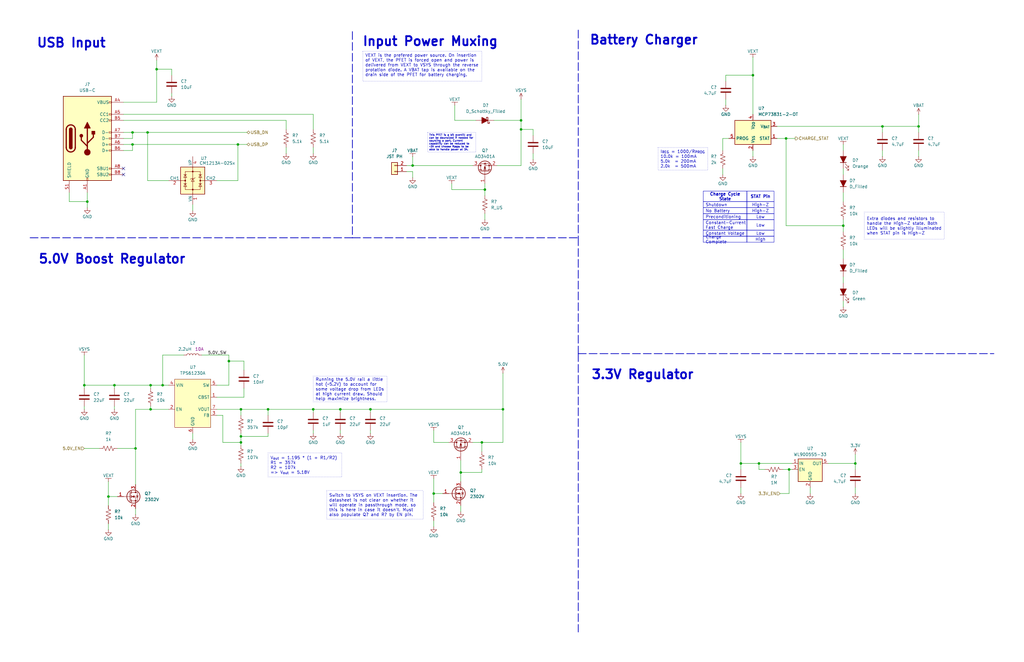
<source format=kicad_sch>
(kicad_sch (version 20231120) (generator "eeschema") (generator_version "8.0")
  (paper "B")
  (title_block (title "Lightsaber Power Core") (date "2024-09-28") (rev "0") (comment 1 "Isaac Rex"))
  (lib_symbols
    (symbol "Battery_Management:MCP73831-2-OT"
      (property "Reference" "U" (at -7.62 6.35 0))
      (property "Value" "MCP73831-2-OT" (at 1.27 6.35 0))
      (symbol "MCP73831-2-OT_0_1"
        (rectangle (start -7.62 5.08) (end 7.62 -5.08) (stroke (width 0.254)) (fill (type background)))
      )
      (symbol "MCP73831-2-OT_1_1"
        (pin tri_state line (at 10.16 -2.54 180) (length 2.54) (name "STAT") (number "1"))
        (pin power_in line (at 0 -7.62 90) (length 2.54) (name "V_{SS}") (number "2"))
        (pin power_out line (at 10.16 2.54 180) (length 2.54) (name "V_{BAT}") (number "3"))
        (pin power_in line (at 0 7.62 270) (length 2.54) (name "V_{DD}") (number "4"))
        (pin input line (at -10.16 -2.54 0) (length 2.54) (name "PROG") (number "5"))
      )
    )
    (symbol "Connector:USB_C_Receptacle_USB2.0_16P" (pin_names (offset 1.016))
      (property "Reference" "J" (at 0 22.225 0))
      (property "Value" "USB_C_Receptacle_USB2.0_16P" (at 0 19.685 0))
      (symbol "USB_C_Receptacle_USB2.0_16P_0_0"
        (rectangle (start -0.254 -17.78) (end 0.254 -16.764))
        (rectangle (start 10.16 -14.986) (end 9.144 -15.494))
        (rectangle (start 10.16 -12.446) (end 9.144 -12.954))
        (rectangle (start 10.16 -4.826) (end 9.144 -5.334))
        (rectangle (start 10.16 -2.286) (end 9.144 -2.794))
        (rectangle (start 10.16 0.254) (end 9.144 -0.254))
        (rectangle (start 10.16 2.794) (end 9.144 2.286))
        (rectangle (start 10.16 7.874) (end 9.144 7.366))
        (rectangle (start 10.16 10.414) (end 9.144 9.906))
        (rectangle (start 10.16 15.494) (end 9.144 14.986))
      )
      (symbol "USB_C_Receptacle_USB2.0_16P_0_1"
        (rectangle (start -10.16 17.78) (end 10.16 -17.78) (stroke (width 0.254)) (fill (type background)))
        (arc (start -8.89 -3.81) (mid -6.985 -5.7067) (end -5.08 -3.81) (stroke (width 0.508)))
        (arc (start -7.62 -3.81) (mid -6.985 -4.4423) (end -6.35 -3.81) (stroke (width 0.254)))
        (arc (start -7.62 -3.81) (mid -6.985 -4.4423) (end -6.35 -3.81) (stroke (width 0.254)) (fill (type outline)))
        (rectangle (start -7.62 -3.81) (end -6.35 3.81) (stroke (width 0.254)) (fill (type outline)))
        (arc (start -6.35 3.81) (mid -6.985 4.4423) (end -7.62 3.81) (stroke (width 0.254)))
        (arc (start -6.35 3.81) (mid -6.985 4.4423) (end -7.62 3.81) (stroke (width 0.254)) (fill (type outline)))
        (arc (start -5.08 3.81) (mid -6.985 5.7067) (end -8.89 3.81) (stroke (width 0.508)))
        (circle (center -2.54 1.143) (radius 0.635) (stroke (width 0.254)) (fill (type outline)))
        (circle (center 0 -5.842) (radius 1.27) (fill (type outline)))
        (polyline (pts (xy -8.89 -3.81) (xy -8.89 3.81)) (stroke (width 0.508)))
        (polyline (pts (xy -5.08 3.81) (xy -5.08 -3.81)) (stroke (width 0.508)))
        (polyline (pts (xy 0 -5.842) (xy 0 4.318)) (stroke (width 0.508)))
        (polyline (pts (xy 0 -3.302) (xy -2.54 -0.762) (xy -2.54 0.508)) (stroke (width 0.508)))
        (polyline (pts (xy 0 -2.032) (xy 2.54 0.508) (xy 2.54 1.778)) (stroke (width 0.508)))
        (polyline (pts (xy -1.27 4.318) (xy 0 6.858) (xy 1.27 4.318) (xy -1.27 4.318)) (stroke (width 0.254)) (fill (type outline)))
        (rectangle (start 1.905 1.778) (end 3.175 3.048) (stroke (width 0.254)) (fill (type outline)))
      )
      (symbol "USB_C_Receptacle_USB2.0_16P_1_1"
        (pin passive line (at 0 -22.86 90) (length 5.08) (name "GND") (number "A1"))
        (pin passive line (at 0 -22.86 90) (length 5.08) hide (name "GND") (number "A12"))
        (pin passive line (at 15.24 15.24 180) (length 5.08) (name "VBUS") (number "A4"))
        (pin bidirectional line (at 15.24 10.16 180) (length 5.08) (name "CC1") (number "A5"))
        (pin bidirectional line (at 15.24 -2.54 180) (length 5.08) (name "D+") (number "A6"))
        (pin bidirectional line (at 15.24 2.54 180) (length 5.08) (name "D-") (number "A7"))
        (pin bidirectional line (at 15.24 -12.7 180) (length 5.08) (name "SBU1") (number "A8"))
        (pin passive line (at 15.24 15.24 180) (length 5.08) hide (name "VBUS") (number "A9"))
        (pin passive line (at 0 -22.86 90) (length 5.08) hide (name "GND") (number "B1"))
        (pin passive line (at 0 -22.86 90) (length 5.08) hide (name "GND") (number "B12"))
        (pin passive line (at 15.24 15.24 180) (length 5.08) hide (name "VBUS") (number "B4"))
        (pin bidirectional line (at 15.24 7.62 180) (length 5.08) (name "CC2") (number "B5"))
        (pin bidirectional line (at 15.24 -5.08 180) (length 5.08) (name "D+") (number "B6"))
        (pin bidirectional line (at 15.24 0 180) (length 5.08) (name "D-") (number "B7"))
        (pin bidirectional line (at 15.24 -15.24 180) (length 5.08) (name "SBU2") (number "B8"))
        (pin passive line (at 15.24 15.24 180) (length 5.08) hide (name "VBUS") (number "B9"))
        (pin passive line (at -7.62 -22.86 90) (length 5.08) (name "SHIELD") (number "S1"))
      )
    )
    (symbol "Connector_Generic:Conn_01x02" (pin_names (offset 1.016) hide)
      (property "Reference" "J" (at 0 2.54 0))
      (property "Value" "Conn_01x02" (at 0 -5.08 0))
      (symbol "Conn_01x02_1_1"
        (rectangle (start -1.27 -2.413) (end 0 -2.667) (stroke (width 0.1524)))
        (rectangle (start -1.27 0.127) (end 0 -0.127) (stroke (width 0.1524)))
        (rectangle (start -1.27 1.27) (end 1.27 -3.81) (stroke (width 0.254)) (fill (type background)))
        (pin passive line (at -5.08 0 0) (length 3.81) (name "Pin_1") (number "1"))
        (pin passive line (at -5.08 -2.54 0) (length 3.81) (name "Pin_2") (number "2"))
      )
    )
    (symbol "Device:C" (pin_numbers hide) (pin_names (offset 0.254))
      (property "Reference" "C" (at 0.635 2.54 0))
      (property "Value" "C" (at 0.635 -2.54 0))
      (symbol "C_0_1"
        (polyline (pts (xy -2.032 -0.762) (xy 2.032 -0.762)) (stroke (width 0.508)))
        (polyline (pts (xy -2.032 0.762) (xy 2.032 0.762)) (stroke (width 0.508)))
      )
      (symbol "C_1_1"
        (pin passive line (at 0 3.81 270) (length 2.794) (name "~") (number "1"))
        (pin passive line (at 0 -3.81 90) (length 2.794) (name "~") (number "2"))
      )
    )
    (symbol "Device:D_Filled" (pin_numbers hide) (pin_names (offset 1.016) hide)
      (property "Reference" "D" (at 0 2.54 0))
      (property "Value" "D_Filled" (at 0 -2.54 0))
      (symbol "D_Filled_0_1"
        (polyline (pts (xy -1.27 1.27) (xy -1.27 -1.27)) (stroke (width 0.254)))
        (polyline (pts (xy 1.27 0) (xy -1.27 0)))
        (polyline (pts (xy 1.27 1.27) (xy 1.27 -1.27) (xy -1.27 0) (xy 1.27 1.27)) (stroke (width 0.254)) (fill (type outline)))
      )
      (symbol "D_Filled_1_1"
        (pin passive line (at -3.81 0 0) (length 2.54) (name "K") (number "1"))
        (pin passive line (at 3.81 0 180) (length 2.54) (name "A") (number "2"))
      )
    )
    (symbol "Device:D_Schottky_Filled" (pin_numbers hide) (pin_names (offset 1.016) hide)
      (property "Reference" "D" (at 0 2.54 0))
      (property "Value" "D_Schottky_Filled" (at 0 -2.54 0))
      (symbol "D_Schottky_Filled_0_1"
        (polyline (pts (xy 1.27 0) (xy -1.27 0)))
        (polyline (pts (xy 1.27 1.27) (xy 1.27 -1.27) (xy -1.27 0) (xy 1.27 1.27)) (stroke (width 0.254)) (fill (type outline)))
        (polyline (pts (xy -1.905 0.635) (xy -1.905 1.27) (xy -1.27 1.27) (xy -1.27 -1.27) (xy -0.635 -1.27) (xy -0.635 -0.635)) (stroke (width 0.254)))
      )
      (symbol "D_Schottky_Filled_1_1"
        (pin passive line (at -3.81 0 0) (length 2.54) (name "K") (number "1"))
        (pin passive line (at 3.81 0 180) (length 2.54) (name "A") (number "2"))
      )
    )
    (symbol "Device:L" (pin_numbers hide) (pin_names (offset 1.016) hide)
      (property "Reference" "L" (at -1.27 0 90))
      (property "Value" "L" (at 1.905 0 90))
      (symbol "L_0_1"
        (arc (start 0 -2.54) (mid 0.6323 -1.905) (end 0 -1.27))
        (arc (start 0 -1.27) (mid 0.6323 -0.635) (end 0 0))
        (arc (start 0 0) (mid 0.6323 0.635) (end 0 1.27))
        (arc (start 0 1.27) (mid 0.6323 1.905) (end 0 2.54))
      )
      (symbol "L_1_1"
        (pin passive line (at 0 3.81 270) (length 1.27) (name "1") (number "1"))
        (pin passive line (at 0 -3.81 90) (length 1.27) (name "2") (number "2"))
      )
    )
    (symbol "Device:LED_Filled" (pin_numbers hide) (pin_names (offset 1.016) hide)
      (property "Reference" "D" (at 0 2.54 0))
      (property "Value" "LED_Filled" (at 0 -2.54 0))
      (symbol "LED_Filled_0_1"
        (polyline (pts (xy -1.27 -1.27) (xy -1.27 1.27)) (stroke (width 0.254)))
        (polyline (pts (xy -1.27 0) (xy 1.27 0)))
        (polyline (pts (xy 1.27 -1.27) (xy 1.27 1.27) (xy -1.27 0) (xy 1.27 -1.27)) (stroke (width 0.254)) (fill (type outline)))
        (polyline (pts (xy -3.048 -0.762) (xy -4.572 -2.286) (xy -3.81 -2.286) (xy -4.572 -2.286) (xy -4.572 -1.524)))
        (polyline (pts (xy -1.778 -0.762) (xy -3.302 -2.286) (xy -2.54 -2.286) (xy -3.302 -2.286) (xy -3.302 -1.524)))
      )
      (symbol "LED_Filled_1_1"
        (pin passive line (at -3.81 0 0) (length 2.54) (name "K") (number "1"))
        (pin passive line (at 3.81 0 180) (length 2.54) (name "A") (number "2"))
      )
    )
    (symbol "Device:Q_NMOS_GSD" (pin_names (offset 0) hide)
      (property "Reference" "Q" (at 5.08 1.27 0))
      (property "Value" "Q_NMOS_GSD" (at 5.08 -1.27 0))
      (symbol "Q_NMOS_GSD_0_1"
        (polyline (pts (xy 0.254 0) (xy -2.54 0)))
        (polyline (pts (xy 0.254 1.905) (xy 0.254 -1.905)) (stroke (width 0.254)))
        (polyline (pts (xy 0.762 -1.27) (xy 0.762 -2.286)) (stroke (width 0.254)))
        (polyline (pts (xy 0.762 0.508) (xy 0.762 -0.508)) (stroke (width 0.254)))
        (polyline (pts (xy 0.762 2.286) (xy 0.762 1.27)) (stroke (width 0.254)))
        (polyline (pts (xy 2.54 2.54) (xy 2.54 1.778)))
        (polyline (pts (xy 2.54 -2.54) (xy 2.54 0) (xy 0.762 0)))
        (polyline (pts (xy 0.762 -1.778) (xy 3.302 -1.778) (xy 3.302 1.778) (xy 0.762 1.778)))
        (polyline (pts (xy 1.016 0) (xy 2.032 0.381) (xy 2.032 -0.381) (xy 1.016 0)) (fill (type outline)))
        (polyline (pts (xy 2.794 0.508) (xy 2.921 0.381) (xy 3.683 0.381) (xy 3.81 0.254)))
        (polyline (pts (xy 3.302 0.381) (xy 2.921 -0.254) (xy 3.683 -0.254) (xy 3.302 0.381)))
        (circle (center 1.651 0) (radius 2.794) (stroke (width 0.254)))
        (circle (center 2.54 -1.778) (radius 0.254) (fill (type outline)))
        (circle (center 2.54 1.778) (radius 0.254) (fill (type outline)))
      )
      (symbol "Q_NMOS_GSD_1_1"
        (pin input line (at -5.08 0 0) (length 2.54) (name "G") (number "1"))
        (pin passive line (at 2.54 -5.08 90) (length 2.54) (name "S") (number "2"))
        (pin passive line (at 2.54 5.08 270) (length 2.54) (name "D") (number "3"))
      )
    )
    (symbol "Device:Q_PMOS_GSD" (pin_names (offset 0) hide)
      (property "Reference" "Q" (at 5.08 1.27 0))
      (property "Value" "Q_PMOS_GSD" (at 5.08 -1.27 0))
      (symbol "Q_PMOS_GSD_0_1"
        (polyline (pts (xy 0.254 0) (xy -2.54 0)))
        (polyline (pts (xy 0.254 1.905) (xy 0.254 -1.905)) (stroke (width 0.254)))
        (polyline (pts (xy 0.762 -1.27) (xy 0.762 -2.286)) (stroke (width 0.254)))
        (polyline (pts (xy 0.762 0.508) (xy 0.762 -0.508)) (stroke (width 0.254)))
        (polyline (pts (xy 0.762 2.286) (xy 0.762 1.27)) (stroke (width 0.254)))
        (polyline (pts (xy 2.54 2.54) (xy 2.54 1.778)))
        (polyline (pts (xy 2.54 -2.54) (xy 2.54 0) (xy 0.762 0)))
        (polyline (pts (xy 0.762 1.778) (xy 3.302 1.778) (xy 3.302 -1.778) (xy 0.762 -1.778)))
        (polyline (pts (xy 2.286 0) (xy 1.27 0.381) (xy 1.27 -0.381) (xy 2.286 0)) (fill (type outline)))
        (polyline (pts (xy 2.794 -0.508) (xy 2.921 -0.381) (xy 3.683 -0.381) (xy 3.81 -0.254)))
        (polyline (pts (xy 3.302 -0.381) (xy 2.921 0.254) (xy 3.683 0.254) (xy 3.302 -0.381)))
        (circle (center 1.651 0) (radius 2.794) (stroke (width 0.254)))
        (circle (center 2.54 -1.778) (radius 0.254) (fill (type outline)))
        (circle (center 2.54 1.778) (radius 0.254) (fill (type outline)))
      )
      (symbol "Q_PMOS_GSD_1_1"
        (pin input line (at -5.08 0 0) (length 2.54) (name "G") (number "1"))
        (pin passive line (at 2.54 -5.08 90) (length 2.54) (name "S") (number "2"))
        (pin passive line (at 2.54 5.08 270) (length 2.54) (name "D") (number "3"))
      )
    )
    (symbol "Device:R_US" (pin_numbers hide) (pin_names (offset 0))
      (property "Reference" "R" (at 2.54 0 90))
      (property "Value" "R_US" (at -2.54 0 90))
      (symbol "R_US_0_1"
        (polyline (pts (xy 0 -2.286) (xy 0 -2.54)))
        (polyline (pts (xy 0 2.286) (xy 0 2.54)))
        (polyline (pts (xy 0 -0.762) (xy 1.016 -1.143) (xy 0 -1.524) (xy -1.016 -1.905) (xy 0 -2.286)))
        (polyline (pts (xy 0 0.762) (xy 1.016 0.381) (xy 0 0) (xy -1.016 -0.381) (xy 0 -0.762)))
        (polyline (pts (xy 0 2.286) (xy 1.016 1.905) (xy 0 1.524) (xy -1.016 1.143) (xy 0 0.762)))
      )
      (symbol "R_US_1_1"
        (pin passive line (at 0 3.81 270) (length 1.27) (name "~") (number "1"))
        (pin passive line (at 0 -3.81 90) (length 1.27) (name "~") (number "2"))
      )
    )
    (symbol "irex_Power:VCC_Arrow" (power) (pin_numbers hide) (pin_names (offset 0) hide)
      (property "Value" "VCC_Arrow" (at 0 3.048 0))
      (symbol "VCC_Arrow_0_1"
        (polyline (pts (xy 0 0) (xy 0 2.54)))
        (polyline (pts (xy -0.635 1.27) (xy 0 2.54) (xy 0.635 1.27)))
      )
      (symbol "VCC_Arrow_1_1"
        (pin power_in line (at 0 0 90) (length 0) (name "~") (number "1"))
      )
    )
    (symbol "irex_Power:VCC_bar" (power) (pin_numbers hide) (pin_names (offset 0) hide)
      (property "Value" "VCC_bar" (at 0 1.778 0))
      (symbol "VCC_bar_0_1"
        (polyline (pts (xy -1.27 1.27) (xy 1.27 1.27)))
        (polyline (pts (xy 0 0) (xy 0 1.27)))
      )
      (symbol "VCC_bar_1_1"
        (pin power_in line (at 0 0 90) (length 0) (name "~") (number "1"))
      )
    )
    (symbol "irex_Power_Protection:CM1213A−02Sx" (pin_names (offset 0))
      (property "Reference" "U" (at -5.715 9.525 0))
      (property "Value" "CM1213A−02Sx" (at -9.525 6.985 0))
      (symbol "CM1213A−02Sx_0_0"
        (rectangle (start -3.175 3.81) (end 3.175 -3.81))
      )
      (symbol "CM1213A−02Sx_0_1"
        (rectangle (start -5.08 5.715) (end 5.08 -5.715) (stroke (width 0.254)) (fill (type background)))
        (circle (center -3.175 0) (radius 0.2794) (fill (type outline)))
        (circle (center 0 -3.81) (radius 0.2794) (fill (type outline)))
        (polyline (pts (xy -5.08 0) (xy -3.175 0)))
        (polyline (pts (xy -2.54 -1.27) (xy -3.81 -1.27)))
        (polyline (pts (xy -2.54 2.54) (xy -3.81 2.54)))
        (polyline (pts (xy 0 5.715) (xy 0 -5.715)))
        (polyline (pts (xy 0.635 0.889) (xy 1.016 1.27)) (stroke (width 0.1524)))
        (polyline (pts (xy 3.81 -1.27) (xy 2.54 -1.27)))
        (polyline (pts (xy 3.81 2.54) (xy 2.54 2.54)))
        (polyline (pts (xy 5.08 0) (xy 3.175 0)))
        (polyline (pts (xy 0.635 0.889) (xy -0.635 0.889) (xy -1.016 0.508)))
        (polyline (pts (xy -2.54 -2.54) (xy -3.81 -2.54) (xy -3.175 -1.27) (xy -2.54 -2.54)))
        (polyline (pts (xy -2.54 1.27) (xy -3.81 1.27) (xy -3.175 2.54) (xy -2.54 1.27)))
        (polyline (pts (xy 0.635 -0.381) (xy -0.635 -0.381) (xy 0 0.889) (xy 0.635 -0.381)))
        (polyline (pts (xy 3.81 -2.54) (xy 2.54 -2.54) (xy 3.175 -1.27) (xy 3.81 -2.54)))
        (polyline (pts (xy 3.81 1.27) (xy 2.54 1.27) (xy 3.175 2.54) (xy 3.81 1.27)))
        (circle (center 0 3.81) (radius 0.2794) (fill (type outline)))
        (circle (center 3.175 0) (radius 0.2794) (fill (type outline)))
      )
      (symbol "CM1213A−02Sx_1_1"
        (pin passive line (at 0 -10.16 90) (length 5.08) (name "VN") (number "1"))
        (pin passive line (at -10.16 0 0) (length 5.08) (name "CH1") (number "2"))
        (pin passive line (at 10.16 0 180) (length 5.08) (name "CH2") (number "3"))
        (pin passive line (at 0 10.16 270) (length 5.08) (name "VP") (number "4"))
      )
    )
    (symbol "irex_Regulator_Linear:WL9005S5-33_SOT23-5" (pin_names (offset 0.254))
      (property "Reference" "U" (at -3.81 5.715 0))
      (property "Value" "WL9005S5-33" (at 0 5.715 0))
      (symbol "WL9005S5-33_SOT23-5_0_1"
        (rectangle (start -5.08 4.445) (end 5.08 -5.08) (stroke (width 0.254)) (fill (type background)))
      )
      (symbol "WL9005S5-33_SOT23-5_1_1"
        (pin power_in line (at -7.62 2.54 0) (length 2.54) (name "IN") (number "1"))
        (pin power_in line (at 0 -7.62 90) (length 2.54) (name "GND") (number "2"))
        (pin input line (at -7.62 0 0) (length 2.54) (name "EN") (number "3"))
        (pin no_connect line (at 5.08 0 180) (length 2.54) hide (name "NC") (number "4"))
        (pin power_out line (at 7.62 2.54 180) (length 2.54) (name "OUT") (number "5"))
      )
    )
    (symbol "irex_Regulator_Switching:TPS61230A"
      (property "Reference" "U" (at -3.048 13.97 0))
      (property "Value" "TPS61230A" (at -3.302 11.684 0))
      (symbol "TPS61230A_1_1"
        (rectangle (start -7.62 10.16) (end 7.62 -10.16) (fill (type background)))
        (pin input line (at 10.16 2.54 180) (length 2.54) (name "CBST") (number "1"))
        (pin input line (at -10.16 -2.54 0) (length 2.54) (name "EN") (number "2"))
        (pin input line (at 10.16 -5.08 180) (length 2.54) (name "FB") (number "3"))
        (pin power_in line (at -10.16 7.62 0) (length 2.54) (name "VIN") (number "4"))
        (pin power_in line (at 10.16 7.62 180) (length 2.54) (name "SW") (number "5"))
        (pin power_in line (at 0 -12.7 90) (length 2.54) (name "GND") (number "6"))
        (pin input line (at 10.16 -2.54 180) (length 2.54) (name "VOUT") (number "7"))
      )
    )
    (symbol "power:GND" (power) (pin_numbers hide) (pin_names (offset 0) hide)
      (property "Value" "GND" (at 0 -3.81 0))
      (symbol "GND_0_1"
        (polyline (pts (xy 0 0) (xy 0 -1.27) (xy 1.27 -1.27) (xy 0 -2.54) (xy -1.27 -1.27) (xy 0 -1.27)))
      )
      (symbol "GND_1_1"
        (pin power_in line (at 0 0 270) (length 0) (name "~") (number "1"))
      )
    )
  )
  (junction (at 68.58 162.56))
  (junction (at 48.26 162.56))
  (junction (at 387.35 53.34))
  (junction (at 101.6 186.69))
  (junction (at 63.5 172.72))
  (junction (at 35.56 162.56))
  (junction (at 100.33 60.96))
  (junction (at 66.04 29.21))
  (junction (at 212.09 172.72))
  (junction (at 55.88 60.96))
  (junction (at 204.47 80.01))
  (junction (at 57.15 189.23))
  (junction (at 45.72 209.55))
  (junction (at 355.6 95.25))
  (junction (at 96.52 152.4))
  (junction (at 372.11 53.34))
  (junction (at 194.31 199.39))
  (junction (at 203.2 186.69))
  (junction (at 219.71 54.61))
  (junction (at 113.03 172.72))
  (junction (at 332.74 198.12))
  (junction (at 156.21 172.72))
  (junction (at 360.68 195.58))
  (junction (at 320.04 195.58))
  (junction (at 62.23 55.88))
  (junction (at 63.5 162.56))
  (junction (at 55.88 55.88))
  (junction (at 312.42 195.58))
  (junction (at 101.6 172.72))
  (junction (at 173.99 69.85))
  (junction (at 317.5 31.75))
  (junction (at 182.88 208.28))
  (junction (at 101.6 184.15))
  (junction (at 132.08 172.72))
  (junction (at 143.51 172.72))
  (junction (at 331.47 58.42))
  (junction (at 36.83 85.09))
  (junction (at 219.71 50.8))
  (no_connect (at 52.07 73.66))
  (no_connect (at 52.07 71.12))
  (wire (pts (xy 55.88 60.96) (xy 100.33 60.96)))
  (wire (pts (xy 45.72 220.98) (xy 45.72 223.52)))
  (polyline (pts (xy 243.84 149.225) (xy 419.1 149.225)) (stroke (width 0.3048) (type dash)))
  (wire (pts (xy 68.58 149.86) (xy 68.58 162.56)))
  (wire (pts (xy 101.6 186.69) (xy 101.6 187.96)))
  (wire (pts (xy 100.33 60.96) (xy 100.33 76.2)))
  (wire (pts (xy 68.58 162.56) (xy 71.12 162.56)))
  (wire (pts (xy 120.65 50.8) (xy 120.65 54.61)))
  (wire (pts (xy 35.56 171.45) (xy 35.56 172.72)))
  (wire (pts (xy 132.08 172.72) (xy 143.51 172.72)))
  (wire (pts (xy 63.5 172.72) (xy 71.12 172.72)))
  (wire (pts (xy 203.2 186.69) (xy 212.09 186.69)))
  (wire (pts (xy 143.51 172.72) (xy 156.21 172.72)))
  (wire (pts (xy 36.83 85.09) (xy 36.83 87.63)))
  (polyline (pts (xy 243.84 100.33) (xy 243.84 149.225)) (stroke (width 0.3048) (type dash)))
  (wire (pts (xy 55.88 55.88) (xy 62.23 55.88)))
  (wire (pts (xy 52.07 58.42) (xy 55.88 58.42)))
  (wire (pts (xy 194.31 194.31) (xy 194.31 199.39)))
  (wire (pts (xy 57.15 172.72) (xy 63.5 172.72)))
  (wire (pts (xy 93.98 186.69) (xy 101.6 186.69)))
  (wire (pts (xy 72.39 39.37) (xy 72.39 40.64)))
  (wire (pts (xy 224.79 54.61) (xy 219.71 54.61)))
  (wire (pts (xy 304.8 58.42) (xy 307.34 58.42)))
  (wire (pts (xy 156.21 172.72) (xy 156.21 173.99)))
  (wire (pts (xy 91.44 175.26) (xy 93.98 175.26)))
  (wire (pts (xy 35.56 162.56) (xy 48.26 162.56)))
  (wire (pts (xy 57.15 172.72) (xy 57.15 189.23)))
  (wire (pts (xy 132.08 48.26) (xy 132.08 54.61)))
  (wire (pts (xy 173.99 69.85) (xy 199.39 69.85)))
  (wire (pts (xy 156.21 172.72) (xy 212.09 172.72)))
  (wire (pts (xy 52.07 50.8) (xy 120.65 50.8)))
  (wire (pts (xy 63.5 162.56) (xy 68.58 162.56)))
  (wire (pts (xy 306.07 31.75) (xy 317.5 31.75)))
  (wire (pts (xy 96.52 162.56) (xy 91.44 162.56)))
  (wire (pts (xy 331.47 58.42) (xy 335.28 58.42)))
  (wire (pts (xy 355.6 60.96) (xy 355.6 63.5)))
  (wire (pts (xy 212.09 172.72) (xy 212.09 186.69)))
  (wire (pts (xy 55.88 58.42) (xy 55.88 55.88)))
  (wire (pts (xy 360.68 198.12) (xy 360.68 195.58)))
  (wire (pts (xy 331.47 58.42) (xy 331.47 95.25)))
  (wire (pts (xy 219.71 41.91) (xy 219.71 50.8)))
  (wire (pts (xy 171.45 69.85) (xy 173.99 69.85)))
  (wire (pts (xy 204.47 80.01) (xy 204.47 82.55)))
  (wire (pts (xy 360.68 205.74) (xy 360.68 208.28)))
  (wire (pts (xy 224.79 57.15) (xy 224.79 54.61)))
  (wire (pts (xy 91.44 167.64) (xy 102.87 167.64)))
  (polyline (pts (xy 148.59 100.33) (xy 243.84 100.33)) (stroke (width 0.3048) (type dash)))
  (wire (pts (xy 327.66 58.42) (xy 331.47 58.42)))
  (wire (pts (xy 182.88 201.93) (xy 182.88 208.28)))
  (wire (pts (xy 355.6 71.12) (xy 355.6 73.66)))
  (wire (pts (xy 52.07 48.26) (xy 132.08 48.26)))
  (wire (pts (xy 332.74 198.12) (xy 332.74 208.28)))
  (wire (pts (xy 101.6 184.15) (xy 113.03 184.15)))
  (wire (pts (xy 355.6 105.41) (xy 355.6 109.22)))
  (wire (pts (xy 182.88 208.28) (xy 186.69 208.28)))
  (wire (pts (xy 36.83 85.09) (xy 36.83 81.28)))
  (wire (pts (xy 387.35 63.5) (xy 387.35 66.04)))
  (wire (pts (xy 327.66 53.34) (xy 372.11 53.34)))
  (wire (pts (xy 203.2 190.5) (xy 203.2 186.69)))
  (wire (pts (xy 101.6 182.88) (xy 101.6 184.15)))
  (wire (pts (xy 332.74 198.12) (xy 334.01 198.12)))
  (wire (pts (xy 91.44 172.72) (xy 101.6 172.72)))
  (wire (pts (xy 55.88 63.5) (xy 55.88 60.96)))
  (wire (pts (xy 387.35 48.26) (xy 387.35 53.34)))
  (wire (pts (xy 120.65 62.23) (xy 120.65 64.77)))
  (wire (pts (xy 85.09 149.86) (xy 96.52 149.86)))
  (wire (pts (xy 173.99 72.39) (xy 173.99 74.93)))
  (wire (pts (xy 203.2 186.69) (xy 199.39 186.69)))
  (wire (pts (xy 194.31 199.39) (xy 203.2 199.39)))
  (wire (pts (xy 317.5 31.75) (xy 317.5 48.26)))
  (wire (pts (xy 331.47 95.25) (xy 355.6 95.25)))
  (wire (pts (xy 101.6 172.72) (xy 101.6 175.26)))
  (wire (pts (xy 96.52 149.86) (xy 96.52 152.4)))
  (wire (pts (xy 360.68 191.77) (xy 360.68 195.58)))
  (wire (pts (xy 355.6 95.25) (xy 355.6 97.79)))
  (wire (pts (xy 219.71 54.61) (xy 219.71 69.85)))
  (wire (pts (xy 62.23 76.2) (xy 71.12 76.2)))
  (wire (pts (xy 372.11 53.34) (xy 387.35 53.34)))
  (wire (pts (xy 304.8 71.12) (xy 304.8 73.66)))
  (wire (pts (xy 173.99 66.04) (xy 173.99 69.85)))
  (wire (pts (xy 204.47 77.47) (xy 204.47 80.01)))
  (wire (pts (xy 203.2 199.39) (xy 203.2 198.12)))
  (wire (pts (xy 312.42 205.74) (xy 312.42 208.28)))
  (wire (pts (xy 102.87 156.21) (xy 102.87 152.4)))
  (wire (pts (xy 101.6 172.72) (xy 113.03 172.72)))
  (wire (pts (xy 194.31 203.2) (xy 194.31 199.39)))
  (wire (pts (xy 45.72 209.55) (xy 49.53 209.55)))
  (wire (pts (xy 208.28 50.8) (xy 219.71 50.8)))
  (wire (pts (xy 194.31 213.36) (xy 194.31 215.9)))
  (polyline (pts (xy 12.7 100.33) (xy 148.59 100.33)) (stroke (width 0.3048) (type dash)))
  (wire (pts (xy 102.87 167.64) (xy 102.87 163.83)))
  (wire (pts (xy 81.28 182.88) (xy 81.28 185.42)))
  (wire (pts (xy 100.33 60.96) (xy 104.14 60.96)))
  (wire (pts (xy 132.08 62.23) (xy 132.08 64.77)))
  (wire (pts (xy 52.07 43.18) (xy 66.04 43.18)))
  (wire (pts (xy 52.07 55.88) (xy 55.88 55.88)))
  (wire (pts (xy 101.6 184.15) (xy 101.6 186.69)))
  (wire (pts (xy 102.87 152.4) (xy 96.52 152.4)))
  (wire (pts (xy 212.09 157.48) (xy 212.09 172.72)))
  (wire (pts (xy 48.26 162.56) (xy 48.26 163.83)))
  (wire (pts (xy 355.6 95.25) (xy 355.6 92.71)))
  (wire (pts (xy 355.6 127) (xy 355.6 129.54)))
  (wire (pts (xy 330.2 198.12) (xy 332.74 198.12)))
  (wire (pts (xy 132.08 181.61) (xy 132.08 182.88)))
  (wire (pts (xy 113.03 172.72) (xy 113.03 175.26)))
  (wire (pts (xy 156.21 181.61) (xy 156.21 182.88)))
  (wire (pts (xy 48.26 171.45) (xy 48.26 172.72)))
  (wire (pts (xy 66.04 29.21) (xy 72.39 29.21)))
  (wire (pts (xy 204.47 90.17) (xy 204.47 92.71)))
  (wire (pts (xy 143.51 181.61) (xy 143.51 182.88)))
  (wire (pts (xy 77.47 149.86) (xy 68.58 149.86)))
  (wire (pts (xy 190.5 77.47) (xy 190.5 80.01)))
  (wire (pts (xy 52.07 63.5) (xy 55.88 63.5)))
  (wire (pts (xy 48.26 162.56) (xy 63.5 162.56)))
  (wire (pts (xy 171.45 72.39) (xy 173.99 72.39)))
  (wire (pts (xy 355.6 116.84) (xy 355.6 119.38)))
  (wire (pts (xy 372.11 63.5) (xy 372.11 66.04)))
  (wire (pts (xy 182.88 181.61) (xy 182.88 186.69)))
  (wire (pts (xy 372.11 53.34) (xy 372.11 55.88)))
  (wire (pts (xy 29.21 81.28) (xy 29.21 85.09)))
  (wire (pts (xy 182.88 186.69) (xy 189.23 186.69)))
  (wire (pts (xy 72.39 31.75) (xy 72.39 29.21)))
  (wire (pts (xy 317.5 63.5) (xy 317.5 66.04)))
  (wire (pts (xy 45.72 203.2) (xy 45.72 209.55)))
  (wire (pts (xy 63.5 171.45) (xy 63.5 172.72)))
  (wire (pts (xy 96.52 152.4) (xy 96.52 162.56)))
  (wire (pts (xy 312.42 195.58) (xy 320.04 195.58)))
  (wire (pts (xy 41.91 189.23) (xy 35.56 189.23)))
  (wire (pts (xy 317.5 24.13) (xy 317.5 31.75)))
  (wire (pts (xy 101.6 195.58) (xy 101.6 196.85)))
  (wire (pts (xy 100.33 76.2) (xy 91.44 76.2)))
  (wire (pts (xy 35.56 162.56) (xy 35.56 163.83)))
  (wire (pts (xy 182.88 212.09) (xy 182.88 208.28)))
  (wire (pts (xy 57.15 189.23) (xy 57.15 204.47)))
  (wire (pts (xy 45.72 213.36) (xy 45.72 209.55)))
  (wire (pts (xy 341.63 205.74) (xy 341.63 208.28)))
  (polyline (pts (xy 243.84 149.225) (xy 243.84 266.7)) (stroke (width 0.3048) (type dash)))
  (wire (pts (xy 62.23 55.88) (xy 104.14 55.88)))
  (polyline (pts (xy 148.59 13.335) (xy 148.59 100.33)) (stroke (width 0.3048) (type dash)))
  (wire (pts (xy 182.88 219.71) (xy 182.88 222.25)))
  (wire (pts (xy 328.93 208.28) (xy 332.74 208.28)))
  (wire (pts (xy 190.5 80.01) (xy 204.47 80.01)))
  (wire (pts (xy 132.08 173.99) (xy 132.08 172.72)))
  (wire (pts (xy 209.55 69.85) (xy 219.71 69.85)))
  (wire (pts (xy 113.03 182.88) (xy 113.03 184.15)))
  (wire (pts (xy 334.01 195.58) (xy 320.04 195.58)))
  (wire (pts (xy 29.21 85.09) (xy 36.83 85.09)))
  (wire (pts (xy 219.71 50.8) (xy 219.71 54.61)))
  (wire (pts (xy 113.03 172.72) (xy 132.08 172.72)))
  (wire (pts (xy 312.42 186.69) (xy 312.42 195.58)))
  (wire (pts (xy 62.23 55.88) (xy 62.23 76.2)))
  (wire (pts (xy 63.5 163.83) (xy 63.5 162.56)))
  (wire (pts (xy 304.8 63.5) (xy 304.8 58.42)))
  (wire (pts (xy 312.42 198.12) (xy 312.42 195.58)))
  (wire (pts (xy 66.04 25.4) (xy 66.04 29.21)))
  (wire (pts (xy 81.28 86.36) (xy 81.28 88.9)))
  (wire (pts (xy 320.04 195.58) (xy 320.04 198.12)))
  (wire (pts (xy 35.56 149.86) (xy 35.56 162.56)))
  (wire (pts (xy 200.66 50.8) (xy 191.77 50.8)))
  (wire (pts (xy 360.68 195.58) (xy 349.25 195.58)))
  (wire (pts (xy 306.07 34.29) (xy 306.07 31.75)))
  (polyline (pts (xy 243.84 12.7) (xy 243.84 100.33)) (stroke (width 0.3048) (type dash)))
  (wire (pts (xy 57.15 189.23) (xy 49.53 189.23)))
  (wire (pts (xy 143.51 172.72) (xy 143.51 173.99)))
  (wire (pts (xy 387.35 53.34) (xy 387.35 55.88)))
  (wire (pts (xy 355.6 81.28) (xy 355.6 85.09)))
  (wire (pts (xy 93.98 175.26) (xy 93.98 186.69)))
  (wire (pts (xy 306.07 41.91) (xy 306.07 44.45)))
  (wire (pts (xy 224.79 64.77) (xy 224.79 67.31)))
  (wire (pts (xy 191.77 44.45) (xy 191.77 50.8)))
  (wire (pts (xy 55.88 60.96) (xy 52.07 60.96)))
  (wire (pts (xy 57.15 214.63) (xy 57.15 217.17)))
  (wire (pts (xy 66.04 29.21) (xy 66.04 43.18)))
  (wire (pts (xy 320.04 198.12) (xy 322.58 198.12)))
  (text_box "Shutdown" (at 296.545 85.09 0) (size 18.415 2.54) (effects (font (size 1.27 1.27)) (justify left)))
  (text_box "Preconditioning" (at 296.545 90.17 0) (size 18.415 2.54) (effects (font (size 1.27 1.27)) (justify left)))
  (text_box "This PFET is a bit overkill and can be downsized if needed for sourcing a part. Current capability can be reduced to ~3A and choose R_{DS_{ON}} to be able to handle power at 3A." (at 180.34 55.88 0) (size 20.32 8.255) (stroke (width 0) (type dot)) (effects (font (size 0.762 0.762)) (justify left top)))
  (text_box "Low" (at 314.96 92.71 0) (size 11.43 4.445) (effects (font (size 1.27 1.27))))
  (text_box "High" (at 314.96 99.695 0) (size 11.43 2.54) (effects (font (size 1.27 1.27))))
  (text_box "High-Z" (at 314.96 87.63 0) (size 11.43 2.54) (effects (font (size 1.27 1.27))))
  (text_box "STAT Pin" (at 314.96 80.645 0) (size 11.43 4.445) (effects (font (size 1.27 1.27) (thickness 0.254) (bold yes))))
  (text_box "VEXT is the prefered power source. On insertion of VEXT, the PFET is forced open and power is delivered from VEXT to VSYS through the reverse protation diode. A VBAT tap is available on the drain side of the PFET for battery charging." (at 153.035 21.59 0) (size 50.165 12.7) (stroke (width 0) (type dot)) (effects (font (size 1.27 1.27)) (justify left top)))
  (text_box "I_{REG} = 1000/R_{PROG}\n10.0k = 100mA\n5.0k  = 200mA\n2.0k  = 500mA" (at 277.495 62.23 0) (size 20.955 9.525) (stroke (width 0) (type dot)) (effects (font (size 1.27 1.27)) (justify left top)))
  (text_box "Charge Cycle State" (at 296.545 80.645 0) (size 18.415 4.445) (effects (font (size 1.27 1.27) (thickness 0.254) (bold yes))))
  (text_box "Low" (at 314.96 97.155 0) (size 11.43 2.54) (effects (font (size 1.27 1.27))))
  (text_box "High-Z" (at 314.96 85.09 0) (size 11.43 2.54) (effects (font (size 1.27 1.27))))
  (text_box "Constant Voltage" (at 296.545 97.155 0) (size 18.415 2.54) (effects (font (size 1.27 1.27)) (justify left)))
  (text_box "Constant-Current Fast Charge" (at 296.545 92.71 0) (size 18.415 4.445) (effects (font (size 1.27 1.27)) (justify left)))
  (text_box "Low" (at 314.96 90.17 0) (size 11.43 2.54) (effects (font (size 1.27 1.27))))
  (text_box "Extra diodes and resistors to handle the High-Z state. Both LEDs will be slightly illuminated when STAT pin is High-Z" (at 364.49 89.535 0) (size 33.655 11.43) (stroke (width 0) (type dot)) (effects (font (size 1.27 1.27)) (justify left)))
  (text_box "V_{out} = 1.195 * (1 + R1/R2)\nR1 = 357k\nR2 = 107k\n=> V_{out} = 5.18V" (at 113.03 191.135 0) (size 31.115 10.16) (stroke (width 0) (type dot)) (effects (font (size 1.27 1.27)) (justify left)))
  (text_box "No Battery" (at 296.545 87.63 0) (size 18.415 2.54) (effects (font (size 1.27 1.27)) (justify left)))
  (text_box "Running the 5.0V rail a little hot (~5.2V) to account for some voltage drop from LEDs at high current draw. Should help maximize brightness." (at 132.08 158.75 0) (size 31.115 10.795) (stroke (width 0) (type dot)) (effects (font (size 1.27 1.27)) (justify left)))
  (text_box "Switch to VSYS on VEXT insertion. The datasheet is not clear on whether it will operate in passthrough mode, so this is here in case it doesn't. Must also populate Q? and R? by EN pin." (at 137.795 207.01 0) (size 40.64 12.065) (stroke (width 0) (type dot)) (effects (font (size 1.27 1.27)) (justify left)))
  (text_box "Charge Complete" (at 296.545 99.695 0) (size 18.415 2.54) (effects (font (size 1.27 1.27)) (justify left)))
  (text "USB Input" (at 15.24 16.002 0) (effects (font (size 3.81 3.81) (thickness 0.762) (bold yes)) (justify left top)))
  (text "3.3V Regulator" (at 249.174 155.956 0) (effects (font (size 3.81 3.81) (thickness 0.762) (bold yes)) (justify left top)))
  (text "5.0V Boost Regulator" (at 16.002 107.188 0) (effects (font (size 3.81 3.81) (thickness 0.762) (bold yes)) (justify left top)))
  (text "Input Power Muxing" (at 152.654 15.367 0) (effects (font (size 3.81 3.81) (thickness 0.762) (bold yes)) (justify left top)))
  (text "Battery Charger" (at 248.412 14.732 0) (effects (font (size 3.81 3.81) (thickness 0.762) (bold yes)) (justify left top)))
  (label "5.0V_SW" (at 87.63 149.86 0))
  (hierarchical_label "CHARGE_STAT" (shape output) (at 335.28 58.42 0))
  (hierarchical_label "USB_DP" (shape bidirectional) (at 104.14 60.96 0))
  (hierarchical_label "5.0V_EN" (shape input) (at 35.56 189.23 180))
  (hierarchical_label "3.3V_EN" (shape input) (at 328.93 208.28 180))
  (hierarchical_label "USB_DN" (shape bidirectional) (at 104.14 55.88 0))
  (symbol (lib_id "power:GND") (at 45.72 223.52 0) (unit 1)
    (property "Reference" "#PWR038" (effects (hide yes)))
    (property "Value" "GND" (at 45.72 227.33 0))
    (property "Description" "Power symbol creates a global label with name \"GND\" , ground" (effects (hide yes)))
  )
  (symbol (lib_id "power:GND") (at 36.83 87.63 0) (unit 1)
    (property "Reference" "#PWR011" (effects (hide yes)))
    (property "Value" "GND" (at 36.83 91.44 0))
    (property "Description" "Power symbol creates a global label with name \"GND\" , ground" (effects (hide yes)))
  )
  (symbol (lib_id "power:GND") (at 81.28 88.9 0) (unit 1)
    (property "Reference" "#PWR018" (effects (hide yes)))
    (property "Value" "GND" (at 81.28 92.71 0))
    (property "Description" "Power symbol creates a global label with name \"GND\" , ground" (effects (hide yes)))
  )
  (symbol (lib_id "irex_Power:VCC_bar") (at 182.88 201.93 0) (unit 1)
    (property "Reference" "#PWR040" (effects (hide yes)))
    (property "Value" "VEXT" (at 182.88 200.152 0) (effects (justify bottom)))
    (property "Description" "Power symbol creates a global label with name \"VCC_bar\"" (effects (hide yes)))
  )
  (symbol (lib_id "power:GND") (at 341.63 208.28 0) (unit 1)
    (property "Reference" "#PWR024" (effects (hide yes)))
    (property "Value" "GND" (at 341.63 212.09 0))
    (property "Description" "Power symbol creates a global label with name \"GND\" , ground" (effects (hide yes)))
  )
  (symbol (lib_id "power:GND") (at 306.07 44.45 0) (unit 1)
    (property "Reference" "#PWR012" (effects (hide yes)))
    (property "Value" "GND" (at 306.07 48.26 0))
    (property "Description" "Power symbol creates a global label with name \"GND\" , ground" (effects (hide yes)))
  )
  (symbol (lib_id "Device:R_US") (at 326.39 198.12 270) (mirror x) (unit 1)
    (property "Reference" "R?" (at 326.39 201.168 90))
    (property "Value" "1M" (at 326.39 203.708 90))
    (property "Description" "Resistor, US symbol" (effects (hide yes)))
  )
  (symbol (lib_id "power:GND") (at 143.51 182.88 0) (unit 1)
    (property "Reference" "#PWR032" (effects (hide yes)))
    (property "Value" "GND" (at 143.51 186.69 0))
    (property "Description" "Power symbol creates a global label with name \"GND\" , ground" (effects (hide yes)))
  )
  (symbol (lib_id "power:GND") (at 81.28 185.42 0) (unit 1)
    (property "Reference" "#PWR034" (effects (hide yes)))
    (property "Value" "GND" (at 81.28 189.23 0))
    (property "Description" "Power symbol creates a global label with name \"GND\" , ground" (effects (hide yes)))
  )
  (symbol (lib_id "power:GND") (at 355.6 129.54 0) (unit 1)
    (property "Reference" "#PWR020" (effects (hide yes)))
    (property "Value" "GND" (at 355.6 133.35 0))
    (property "Description" "Power symbol creates a global label with name \"GND\" , ground" (effects (hide yes)))
  )
  (symbol (lib_id "power:GND") (at 204.47 92.71 0) (unit 1)
    (property "Reference" "#PWR026" (effects (hide yes)))
    (property "Value" "GND" (at 204.47 96.52 0))
    (property "Description" "Power symbol creates a global label with name \"GND\" , ground" (effects (hide yes)))
  )
  (symbol (lib_id "power:GND") (at 317.5 66.04 0) (unit 1)
    (property "Reference" "#PWR015" (effects (hide yes)))
    (property "Value" "GND" (at 317.5 69.85 0))
    (property "Description" "Power symbol creates a global label with name \"GND\" , ground" (effects (hide yes)))
  )
  (symbol (lib_id "irex_Regulator_Switching:TPS61230A") (at 81.28 170.18 0) (unit 1)
    (property "Reference" "U?" (at 81.28 154.94 0))
    (property "Value" "TPS61230A" (at 81.28 157.48 0))
    (property "Footprint" "irex_Package_DFN_QFN:Texas_RNS0007A_VQFN-7_2x2mm_P0.5mm" (effects (hide yes)))
    (property "Datasheet" "https://www.ti.com/lit/ds/symlink/tps61230a.pdf?ts=1727034032758&ref_url=https%253A%252F%252Fwww.ti.com%252Fproduct%252FTPS61230A%252Fpart-details%252FTPS61230ARNSR" (effects (hide yes)))
    (property "Description" "5-V / 6A Synchronous Step-Up Boost Converter, VQFN-7" (effects (hide yes)))
  )
  (symbol (lib_id "Device:Q_NMOS_GSD") (at 191.77 208.28 0) (unit 1)
    (property "Reference" "Q?" (at 198.12 207.0099 0) (effects (justify left)))
    (property "Value" "2302V" (at 198.12 209.5499 0) (effects (justify left)))
    (property "Description" "N-MOSFET transistor, gate/source/drain" (effects (hide yes)))
  )
  (symbol (lib_id "irex_Power:VCC_Arrow") (at 387.35 48.26 0) (unit 1)
    (property "Reference" "#PWR013" (effects (hide yes)))
    (property "Value" "VBAT" (at 387.35 45.212 0) (effects (justify bottom)))
    (property "Description" "Power symbol creates a global label with name \"VCC_Arrow\"" (effects (hide yes)))
  )
  (symbol (lib_id "Device:C") (at 132.08 177.8 0) (unit 1)
    (property "Reference" "C?" (at 135.89 176.5299 0) (effects (justify left)))
    (property "Value" "1uF" (at 135.89 179.0699 0) (effects (justify left)))
    (property "Description" "Unpolarized capacitor" (effects (hide yes)))
  )
  (symbol (lib_id "Device:LED_Filled") (at 355.6 123.19 90) (unit 1)
    (property "Reference" "D?" (at 359.41 123.5074 90) (effects (justify right)))
    (property "Value" "Green" (at 359.41 126.0474 90) (effects (justify right)))
    (property "Description" "Light emitting diode, filled shape" (effects (hide yes)))
  )
  (symbol (lib_id "Device:R_US") (at 204.47 86.36 0) (unit 1)
    (property "Reference" "R?" (at 207.01 85.0899 0) (effects (justify left)))
    (property "Value" "R_US" (at 207.01 87.6299 0) (effects (justify left)))
    (property "Description" "Resistor, US symbol" (effects (hide yes)))
  )
  (symbol (lib_id "power:GND") (at 120.65 64.77 0) (unit 1)
    (property "Reference" "#PWR05" (effects (hide yes)))
    (property "Value" "GND" (at 120.65 68.58 0))
    (property "Description" "Power symbol creates a global label with name \"GND\" , ground" (effects (hide yes)))
  )
  (symbol (lib_id "power:GND") (at 35.56 172.72 0) (unit 1)
    (property "Reference" "#PWR029" (effects (hide yes)))
    (property "Value" "GND" (at 35.56 176.53 0))
    (property "Description" "Power symbol creates a global label with name \"GND\" , ground" (effects (hide yes)))
  )
  (symbol (lib_id "Device:C") (at 113.03 179.07 0) (unit 1)
    (property "Reference" "C?" (at 116.84 177.7999 0) (effects (justify left)))
    (property "Value" "10pF" (at 116.84 180.3399 0) (effects (justify left)))
    (property "Description" "Unpolarized capacitor" (effects (hide yes)))
  )
  (symbol (lib_id "Device:C") (at 360.68 201.93 0) (mirror y) (unit 1)
    (property "Reference" "C?" (at 356.87 200.6599 0) (effects (justify left)))
    (property "Value" "4.7uF" (at 356.87 203.1999 0) (effects (justify left)))
    (property "Description" "Unpolarized capacitor" (effects (hide yes)))
  )
  (symbol (lib_id "Device:R_US") (at 132.08 58.42 0) (unit 1)
    (property "Reference" "R?" (at 134.62 57.1499 0) (effects (justify left)))
    (property "Value" "5.1k" (at 134.62 59.6899 0) (effects (justify left)))
    (property "Description" "Resistor, US symbol" (effects (hide yes)))
  )
  (symbol (lib_id "power:GND") (at 387.35 66.04 0) (unit 1)
    (property "Reference" "#PWR017" (effects (hide yes)))
    (property "Value" "GND" (at 387.35 69.85 0))
    (property "Description" "Power symbol creates a global label with name \"GND\" , ground" (effects (hide yes)))
  )
  (symbol (lib_id "Device:C") (at 156.21 177.8 0) (unit 1)
    (property "Reference" "C?" (at 160.02 176.5299 0) (effects (justify left)))
    (property "Value" "22uF" (at 160.02 179.0699 0) (effects (justify left)))
    (property "Description" "Unpolarized capacitor" (effects (hide yes)))
  )
  (symbol (lib_id "Device:C") (at 306.07 38.1 0) (mirror y) (unit 1)
    (property "Reference" "C?" (at 302.26 36.8299 0) (effects (justify left)))
    (property "Value" "4.7uF" (at 302.26 39.3699 0) (effects (justify left)))
    (property "Description" "Unpolarized capacitor" (effects (hide yes)))
  )
  (symbol (lib_id "Device:Q_PMOS_GSD") (at 204.47 72.39 90) (unit 1)
    (property "Reference" "Q?" (at 204.47 63.5 90))
    (property "Value" "AO3401A" (at 204.47 66.04 90))
    (property "Description" "P-MOSFET transistor, gate/source/drain" (effects (hide yes)))
  )
  (symbol (lib_id "Device:L") (at 81.28 149.86 90) (unit 1)
    (property "Reference" "L?" (at 81.28 144.78 90))
    (property "Value" "2.2uH" (at 77.978 147.32 90))
    (property "Footprint" "Inductor_SMD:L_Bourns_SRP7028A_7.3x6.6mm" (effects (hide yes)))
    (property "Description" "Inductor" (effects (hide yes)))
    (property "Saturation Current" "10A" (at 84.074 147.32 90))
  )
  (symbol (lib_id "Device:R_US") (at 120.65 58.42 0) (unit 1)
    (property "Reference" "R?" (at 123.19 57.1499 0) (effects (justify left)))
    (property "Value" "5.1k" (at 123.19 59.6899 0) (effects (justify left)))
    (property "Description" "Resistor, US symbol" (effects (hide yes)))
  )
  (symbol (lib_id "Device:R_US") (at 101.6 191.77 180) (unit 1)
    (property "Reference" "R?" (at 104.14 190.4999 0) (effects (justify right)))
    (property "Value" "107k" (at 104.14 193.0399 0) (effects (justify right)))
    (property "Description" "Resistor, US symbol" (effects (hide yes)))
  )
  (symbol (lib_id "power:GND") (at 194.31 215.9 0) (unit 1)
    (property "Reference" "#PWR041" (effects (hide yes)))
    (property "Value" "GND" (at 194.31 219.71 0))
    (property "Description" "Power symbol creates a global label with name \"GND\" , ground" (effects (hide yes)))
  )
  (symbol (lib_id "power:GND") (at 360.68 208.28 0) (unit 1)
    (property "Reference" "#PWR025" (effects (hide yes)))
    (property "Value" "GND" (at 360.68 212.09 0))
    (property "Description" "Power symbol creates a global label with name \"GND\" , ground" (effects (hide yes)))
  )
  (symbol (lib_id "irex_Power:VCC_bar") (at 355.6 60.96 0) (unit 1)
    (property "Reference" "#PWR014" (effects (hide yes)))
    (property "Value" "VEXT" (at 355.6 59.182 0) (effects (justify bottom)))
    (property "Description" "Power symbol creates a global label with name \"VCC_bar\"" (effects (hide yes)))
  )
  (symbol (lib_id "Device:C") (at 224.79 60.96 0) (unit 1)
    (property "Reference" "C?" (at 228.6 59.6899 0) (effects (justify left)))
    (property "Value" "10uF" (at 228.6 62.2299 0) (effects (justify left)))
    (property "Description" "Unpolarized capacitor" (effects (hide yes)))
  )
  (symbol (lib_id "irex_Power:VCC_Arrow") (at 219.71 41.91 0) (unit 1)
    (property "Reference" "#PWR03" (effects (hide yes)))
    (property "Value" "VSYS" (at 219.71 38.862 0) (effects (justify bottom)))
    (property "Description" "Power symbol creates a global label with name \"VCC_Arrow\"" (effects (hide yes)))
  )
  (symbol (lib_id "irex_Power:VCC_bar") (at 173.99 66.04 0) (unit 1)
    (property "Reference" "#PWR08" (effects (hide yes)))
    (property "Value" "VBAT" (at 173.99 64.262 0) (effects (justify bottom)))
    (property "Description" "Power symbol creates a global label with name \"VCC_bar\"" (effects (hide yes)))
  )
  (symbol (lib_id "Device:C") (at 48.26 167.64 0) (unit 1)
    (property "Reference" "C?" (at 52.07 166.3699 0) (effects (justify left)))
    (property "Value" "22uF" (at 52.07 168.9099 0) (effects (justify left)))
    (property "Description" "Unpolarized capacitor" (effects (hide yes)))
  )
  (symbol (lib_id "Device:C") (at 102.87 160.02 0) (unit 1)
    (property "Reference" "C?" (at 106.68 158.7499 0) (effects (justify left)))
    (property "Value" "10nF" (at 106.68 161.2899 0) (effects (justify left)))
    (property "Description" "Unpolarized capacitor" (effects (hide yes)))
  )
  (symbol (lib_id "Device:C") (at 72.39 35.56 0) (unit 1)
    (property "Reference" "C?" (at 76.2 34.2899 0) (effects (justify left)))
    (property "Value" "10uF" (at 76.2 36.8299 0) (effects (justify left)))
    (property "Description" "Unpolarized capacitor" (effects (hide yes)))
  )
  (symbol (lib_id "power:GND") (at 48.26 172.72 0) (unit 1)
    (property "Reference" "#PWR030" (effects (hide yes)))
    (property "Value" "GND" (at 48.26 176.53 0))
    (property "Description" "Power symbol creates a global label with name \"GND\" , ground" (effects (hide yes)))
  )
  (symbol (lib_id "Device:D_Filled") (at 355.6 77.47 90) (unit 1)
    (property "Reference" "D?" (at 358.14 76.1999 90) (effects (justify right)))
    (property "Value" "D_Filled" (at 358.14 78.7399 90) (effects (justify right)))
    (property "Description" "Diode, filled shape" (effects (hide yes)))
    (property "Sim.Device" "D" (effects (hide yes)))
    (property "Sim.Pins" "1=K 2=A" (effects (hide yes)))
  )
  (symbol (lib_id "power:GND") (at 182.88 222.25 0) (unit 1)
    (property "Reference" "#PWR042" (effects (hide yes)))
    (property "Value" "GND" (at 182.88 226.06 0))
    (property "Description" "Power symbol creates a global label with name \"GND\" , ground" (effects (hide yes)))
  )
  (symbol (lib_id "Device:C") (at 372.11 59.69 0) (unit 1)
    (property "Reference" "C?" (at 375.92 58.4199 0) (effects (justify left)))
    (property "Value" "4.7uF" (at 375.92 60.9599 0) (effects (justify left)))
    (property "Description" "Unpolarized capacitor" (effects (hide yes)))
  )
  (symbol (lib_id "Battery_Management:MCP73831-2-OT") (at 317.5 55.88 0) (unit 1)
    (property "Reference" "U?" (at 319.6941 45.72 0) (effects (justify left)))
    (property "Value" "MCP73831-2-OT" (at 319.6941 48.26 0) (effects (justify left)))
    (property "Footprint" "Package_TO_SOT_SMD:SOT-23-5" (effects (hide yes)))
    (property "Datasheet" "http://ww1.microchip.com/downloads/en/DeviceDoc/20001984g.pdf" (effects (hide yes)))
    (property "Description" "Single cell, Li-Ion/Li-Po charge management controller, 4.20V, Tri-State Status Output, in SOT23-5 package" (effects (hide yes)))
  )
  (symbol (lib_id "irex_Power:VCC_bar") (at 190.5 77.47 0) (unit 1)
    (property "Reference" "#PWR010" (effects (hide yes)))
    (property "Value" "VEXT" (at 190.5 75.692 0) (effects (justify bottom)))
    (property "Description" "Power symbol creates a global label with name \"VCC_bar\"" (effects (hide yes)))
  )
  (symbol (lib_id "power:GND") (at 224.79 67.31 0) (unit 1)
    (property "Reference" "#PWR043" (effects (hide yes)))
    (property "Value" "GND" (at 224.79 71.12 0))
    (property "Description" "Power symbol creates a global label with name \"GND\" , ground" (effects (hide yes)))
  )
  (symbol (lib_id "Connector_Generic:Conn_01x02") (at 166.37 72.39 180) (unit 1)
    (property "Reference" "J?" (at 166.37 63.5 0))
    (property "Value" "JST PH" (at 166.37 66.04 0))
    (property "Description" "Generic connector, single row, 01x02, script generated (kicad-library-utils/schlib/autogen/connector/)" (effects (hide yes)))
    (property "LCSC PN" "C295747" (effects (hide yes)))
  )
  (symbol (lib_id "Device:Q_PMOS_GSD") (at 194.31 189.23 90) (unit 1)
    (property "Reference" "Q?" (at 194.31 180.34 90))
    (property "Value" "AO3401A" (at 194.31 182.88 90))
    (property "Description" "P-MOSFET transistor, gate/source/drain" (effects (hide yes)))
  )
  (symbol (lib_id "Device:C") (at 143.51 177.8 0) (unit 1)
    (property "Reference" "C?" (at 147.32 176.5299 0) (effects (justify left)))
    (property "Value" "22uF" (at 147.32 179.0699 0) (effects (justify left)))
    (property "Description" "Unpolarized capacitor" (effects (hide yes)))
  )
  (symbol (lib_id "Device:D_Filled") (at 355.6 113.03 90) (unit 1)
    (property "Reference" "D?" (at 358.14 111.7599 90) (effects (justify right)))
    (property "Value" "D_Filled" (at 358.14 114.2999 90) (effects (justify right)))
    (property "Description" "Diode, filled shape" (effects (hide yes)))
    (property "Sim.Device" "D" (effects (hide yes)))
    (property "Sim.Pins" "1=K 2=A" (effects (hide yes)))
  )
  (symbol (lib_id "irex_Power_Protection:CM1213A−02Sx") (at 81.28 76.2 0) (unit 1)
    (property "Reference" "U?" (at 84.582 66.802 0) (effects (justify left)))
    (property "Value" "CM1213A−02Sx" (at 84.074 68.834 0) (effects (justify left)))
    (property "Datasheet" "https://www.onsemi.com/pdf/datasheet/cm1213a-d.pdf" (effects (hide yes)))
    (property "Description" "2-channel high-speed ESD protection diodes" (effects (hide yes)))
  )
  (symbol (lib_id "power:GND") (at 312.42 208.28 0) (unit 1)
    (property "Reference" "#PWR023" (effects (hide yes)))
    (property "Value" "GND" (at 312.42 212.09 0))
    (property "Description" "Power symbol creates a global label with name \"GND\" , ground" (effects (hide yes)))
  )
  (symbol (lib_id "Connector:USB_C_Receptacle_USB2.0_16P") (at 36.83 58.42 0) (unit 1)
    (property "Reference" "J?" (at 36.83 35.56 0))
    (property "Value" "USB-C" (at 36.83 38.1 0))
    (property "Datasheet" "https://www.usb.org/sites/default/files/documents/usb_type-c.zip" (effects (hide yes)))
    (property "Description" "USB 2.0-only 16P Type-C Receptacle connector" (effects (hide yes)))
  )
  (symbol (lib_id "irex_Power:VCC_bar") (at 312.42 186.69 0) (unit 1)
    (property "Reference" "#PWR021" (effects (hide yes)))
    (property "Value" "VSYS" (at 312.42 184.912 0) (effects (justify bottom)))
    (property "Description" "Power symbol creates a global label with name \"VCC_bar\"" (effects (hide yes)))
  )
  (symbol (lib_id "Device:C") (at 312.42 201.93 0) (mirror y) (unit 1)
    (property "Reference" "C?" (at 308.61 200.6599 0) (effects (justify left)))
    (property "Value" "4.7uF" (at 308.61 203.1999 0) (effects (justify left)))
    (property "Description" "Unpolarized capacitor" (effects (hide yes)))
  )
  (symbol (lib_id "irex_Power:VCC_bar") (at 182.88 181.61 0) (unit 1)
    (property "Reference" "#PWR039" (effects (hide yes)))
    (property "Value" "VSYS" (at 182.88 179.832 0) (effects (justify bottom)))
    (property "Description" "Power symbol creates a global label with name \"VCC_bar\"" (effects (hide yes)))
  )
  (symbol (lib_id "Device:D_Schottky_Filled") (at 204.47 50.8 180) (unit 1)
    (property "Reference" "D?" (at 204.7875 44.45 0))
    (property "Value" "D_Schottky_Filled" (at 204.7875 46.99 0))
    (property "Description" "Schottky diode, filled shape" (effects (hide yes)))
  )
  (symbol (lib_id "irex_Power:VCC_Arrow") (at 66.04 25.4 0) (unit 1)
    (property "Reference" "#PWR01" (effects (hide yes)))
    (property "Value" "VEXT" (at 66.04 22.352 0) (effects (justify bottom)))
    (property "Description" "Power symbol creates a global label with name \"VCC_Arrow\"" (effects (hide yes)))
  )
  (symbol (lib_id "power:GND") (at 372.11 66.04 0) (unit 1)
    (property "Reference" "#PWR016" (effects (hide yes)))
    (property "Value" "GND" (at 372.11 69.85 0))
    (property "Description" "Power symbol creates a global label with name \"GND\" , ground" (effects (hide yes)))
  )
  (symbol (lib_id "power:GND") (at 132.08 64.77 0) (unit 1)
    (property "Reference" "#PWR06" (effects (hide yes)))
    (property "Value" "GND" (at 132.08 68.58 0))
    (property "Description" "Power symbol creates a global label with name \"GND\" , ground" (effects (hide yes)))
  )
  (symbol (lib_id "irex_Regulator_Linear:WL9005S5-33_SOT23-5") (at 341.63 198.12 0) (unit 1)
    (property "Reference" "U?" (at 341.63 189.23 0))
    (property "Value" "WL9005S5-33" (at 341.63 191.77 0))
    (property "Footprint" "Package_TO_SOT_SMD:SOT-23-5" (effects (hide yes)))
    (property "Datasheet" "http://asset.wpmtek.com/uploads/pdf/20240827/20240827175740e78ea9644.pdf" (effects (hide yes)))
    (property "Description" "500mA Low Dropout Voltage Regulator, Fixed Output, SOT-23-5" (effects (hide yes)))
  )
  (symbol (lib_id "power:GND") (at 156.21 182.88 0) (unit 1)
    (property "Reference" "#PWR033" (effects (hide yes)))
    (property "Value" "GND" (at 156.21 186.69 0))
    (property "Description" "Power symbol creates a global label with name \"GND\" , ground" (effects (hide yes)))
  )
  (symbol (lib_id "Device:C") (at 387.35 59.69 0) (unit 1)
    (property "Reference" "C?" (at 391.16 58.4199 0) (effects (justify left)))
    (property "Value" "4.7uF" (at 391.16 60.9599 0) (effects (justify left)))
    (property "Description" "Unpolarized capacitor" (effects (hide yes)))
  )
  (symbol (lib_id "Device:R_US") (at 45.72 189.23 270) (unit 1)
    (property "Reference" "R?" (at 45.72 182.88 90))
    (property "Value" "1k" (at 45.72 185.42 90))
    (property "Description" "Resistor, US symbol" (effects (hide yes)))
  )
  (symbol (lib_id "irex_Power:VCC_bar") (at 191.77 44.45 0) (unit 1)
    (property "Reference" "#PWR04" (effects (hide yes)))
    (property "Value" "VEXT" (at 191.77 42.672 0) (effects (justify bottom)))
    (property "Description" "Power symbol creates a global label with name \"VCC_bar\"" (effects (hide yes)))
  )
  (symbol (lib_id "power:GND") (at 173.99 74.93 0) (unit 1)
    (property "Reference" "#PWR09" (effects (hide yes)))
    (property "Value" "GND" (at 173.99 78.74 0))
    (property "Description" "Power symbol creates a global label with name \"GND\" , ground" (effects (hide yes)))
  )
  (symbol (lib_id "Device:R_US") (at 182.88 215.9 180) (unit 1)
    (property "Reference" "R?" (at 185.42 214.6299 0) (effects (justify right)))
    (property "Value" "10k" (at 185.42 217.1699 0) (effects (justify right)))
    (property "Description" "Resistor, US symbol" (effects (hide yes)))
  )
  (symbol (lib_id "irex_Power:VCC_bar") (at 317.5 24.13 0) (unit 1)
    (property "Reference" "#PWR07" (effects (hide yes)))
    (property "Value" "VEXT" (at 317.5 22.352 0) (effects (justify bottom)))
    (property "Description" "Power symbol creates a global label with name \"VCC_bar\"" (effects (hide yes)))
  )
  (symbol (lib_id "irex_Power:VCC_bar") (at 45.72 203.2 0) (unit 1)
    (property "Reference" "#PWR035" (effects (hide yes)))
    (property "Value" "VEXT" (at 45.72 201.422 0) (effects (justify bottom)))
    (property "Description" "Power symbol creates a global label with name \"VCC_bar\"" (effects (hide yes)))
  )
  (symbol (lib_id "irex_Power:VCC_bar") (at 35.56 149.86 0) (unit 1)
    (property "Reference" "#PWR027" (effects (hide yes)))
    (property "Value" "VSYS" (at 35.56 148.082 0) (effects (justify bottom)))
    (property "Description" "Power symbol creates a global label with name \"VCC_bar\"" (effects (hide yes)))
  )
  (symbol (lib_id "Device:R_US") (at 304.8 67.31 0) (mirror y) (unit 1)
    (property "Reference" "R?" (at 302.26 66.0399 0) (effects (justify left)))
    (property "Value" "2k" (at 302.26 68.5799 0) (effects (justify left)))
    (property "Description" "Resistor, US symbol" (effects (hide yes)))
  )
  (symbol (lib_id "Device:C") (at 35.56 167.64 0) (unit 1)
    (property "Reference" "C?" (at 39.37 166.3699 0) (effects (justify left)))
    (property "Value" "22uF" (at 39.37 168.9099 0) (effects (justify left)))
    (property "Description" "Unpolarized capacitor" (effects (hide yes)))
  )
  (symbol (lib_id "Device:R_US") (at 63.5 167.64 180) (unit 1)
    (property "Reference" "R?" (at 66.04 166.3699 0) (effects (justify right)))
    (property "Value" "10k" (at 66.04 168.9099 0) (effects (justify right)))
    (property "Description" "Resistor, US symbol" (effects (hide yes)))
  )
  (symbol (lib_id "Device:R_US") (at 203.2 194.31 180) (unit 1)
    (property "Reference" "R?" (at 205.74 193.0399 0) (effects (justify right)))
    (property "Value" "10k" (at 205.74 195.5799 0) (effects (justify right)))
    (property "Description" "Resistor, US symbol" (effects (hide yes)))
  )
  (symbol (lib_id "power:GND") (at 101.6 196.85 0) (unit 1)
    (property "Reference" "#PWR036" (effects (hide yes)))
    (property "Value" "GND" (at 101.6 200.66 0))
    (property "Description" "Power symbol creates a global label with name \"GND\" , ground" (effects (hide yes)))
  )
  (symbol (lib_id "Device:R_US") (at 45.72 217.17 180) (unit 1)
    (property "Reference" "R?" (at 48.26 215.8999 0) (effects (justify right)))
    (property "Value" "10k" (at 48.26 218.4399 0) (effects (justify right)))
    (property "Description" "Resistor, US symbol" (effects (hide yes)))
  )
  (symbol (lib_id "Device:Q_NMOS_GSD") (at 54.61 209.55 0) (unit 1)
    (property "Reference" "Q?" (at 60.96 208.2799 0) (effects (justify left)))
    (property "Value" "2302V" (at 60.96 210.8199 0) (effects (justify left)))
    (property "Description" "N-MOSFET transistor, gate/source/drain" (effects (hide yes)))
  )
  (symbol (lib_id "irex_Power:VCC_Arrow") (at 212.09 157.48 0) (unit 1)
    (property "Reference" "#PWR028" (effects (hide yes)))
    (property "Value" "5.0V" (at 212.09 154.432 0) (effects (justify bottom)))
    (property "Description" "Power symbol creates a global label with name \"VCC_Arrow\"" (effects (hide yes)))
  )
  (symbol (lib_id "Device:R_US") (at 355.6 88.9 180) (unit 1)
    (property "Reference" "R?" (at 358.14 87.6299 0) (effects (justify right)))
    (property "Value" "10k" (at 358.14 90.1699 0) (effects (justify right)))
    (property "Description" "Resistor, US symbol" (effects (hide yes)))
  )
  (symbol (lib_id "power:GND") (at 132.08 182.88 0) (unit 1)
    (property "Reference" "#PWR031" (effects (hide yes)))
    (property "Value" "GND" (at 132.08 186.69 0))
    (property "Description" "Power symbol creates a global label with name \"GND\" , ground" (effects (hide yes)))
  )
  (symbol (lib_id "Device:LED_Filled") (at 355.6 67.31 90) (unit 1)
    (property "Reference" "D?" (at 359.41 67.6274 90) (effects (justify right)))
    (property "Value" "Orange" (at 359.41 70.1674 90) (effects (justify right)))
    (property "Description" "Light emitting diode, filled shape" (effects (hide yes)))
  )
  (symbol (lib_id "power:GND") (at 57.15 217.17 0) (unit 1)
    (property "Reference" "#PWR037" (effects (hide yes)))
    (property "Value" "GND" (at 57.15 220.98 0))
    (property "Description" "Power symbol creates a global label with name \"GND\" , ground" (effects (hide yes)))
  )
  (symbol (lib_id "power:GND") (at 72.39 40.64 0) (unit 1)
    (property "Reference" "#PWR02" (effects (hide yes)))
    (property "Value" "GND" (at 72.39 44.45 0))
    (property "Description" "Power symbol creates a global label with name \"GND\" , ground" (effects (hide yes)))
  )
  (symbol (lib_id "Device:R_US") (at 355.6 101.6 180) (unit 1)
    (property "Reference" "R?" (at 358.14 100.3299 0) (effects (justify right)))
    (property "Value" "10k" (at 358.14 102.8699 0) (effects (justify right)))
    (property "Description" "Resistor, US symbol" (effects (hide yes)))
  )
  (symbol (lib_id "Device:R_US") (at 101.6 179.07 180) (unit 1)
    (property "Reference" "R?" (at 104.14 177.7999 0) (effects (justify right)))
    (property "Value" "357k" (at 104.14 180.3399 0) (effects (justify right)))
    (property "Description" "Resistor, US symbol" (effects (hide yes)))
  )
  (symbol (lib_id "irex_Power:VCC_Arrow") (at 360.68 191.77 0) (unit 1)
    (property "Reference" "#PWR022" (effects (hide yes)))
    (property "Value" "3.3V" (at 360.68 188.722 0) (effects (justify bottom)))
    (property "Description" "Power symbol creates a global label with name \"VCC_Arrow\"" (effects (hide yes)))
  )
  (symbol (lib_id "power:GND") (at 304.8 73.66 0) (unit 1)
    (property "Reference" "#PWR019" (effects (hide yes)))
    (property "Value" "GND" (at 304.8 77.47 0))
    (property "Description" "Power symbol creates a global label with name \"GND\" , ground" (effects (hide yes)))
  )
)
</source>
